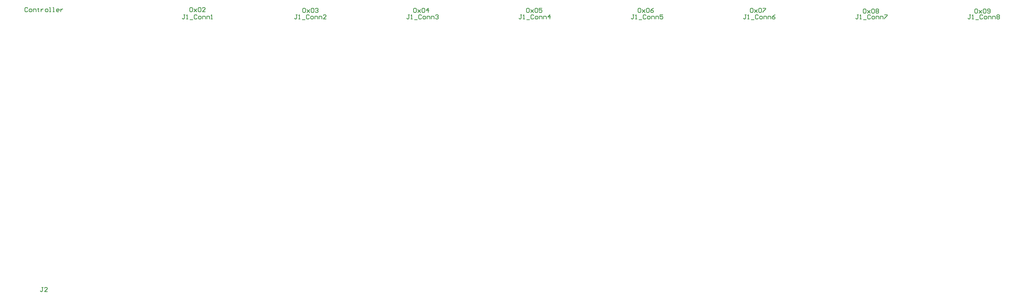
<source format=gbr>
G04 Layer_Color=65535*
%FSLAX45Y45*%
%MOMM*%
%TF.FileFunction,Legend,Top*%
%TF.Part,Single*%
G01*
G75*
%TA.AperFunction,NonConductor*%
%ADD12C,0.25400*%
D12*
X42069986Y16776651D02*
X42019202D01*
X42044595D01*
Y16649692D01*
X42019202Y16624300D01*
X41993811D01*
X41968420Y16649692D01*
X42120770Y16624300D02*
X42171555D01*
X42146164D01*
Y16776651D01*
X42120770Y16751259D01*
X42247729Y16598907D02*
X42349298D01*
X42501648Y16751259D02*
X42476257Y16776651D01*
X42425473D01*
X42400079Y16751259D01*
Y16649692D01*
X42425473Y16624300D01*
X42476257D01*
X42501648Y16649692D01*
X42577823Y16624300D02*
X42628607D01*
X42653998Y16649692D01*
Y16700475D01*
X42628607Y16725867D01*
X42577823D01*
X42552432Y16700475D01*
Y16649692D01*
X42577823Y16624300D01*
X42704782D02*
Y16725867D01*
X42780957D01*
X42806348Y16700475D01*
Y16624300D01*
X42857132D02*
Y16725867D01*
X42933307D01*
X42958701Y16700475D01*
Y16624300D01*
X43009482Y16751259D02*
X43034875Y16776651D01*
X43085660D01*
X43111050Y16751259D01*
Y16725867D01*
X43085660Y16700475D01*
X43111050Y16675082D01*
Y16649692D01*
X43085660Y16624300D01*
X43034875D01*
X43009482Y16649692D01*
Y16675082D01*
X43034875Y16700475D01*
X43009482Y16725867D01*
Y16751259D01*
X43034875Y16700475D02*
X43085660D01*
X38005988Y16776651D02*
X37955203D01*
X37980594D01*
Y16649692D01*
X37955203Y16624300D01*
X37929813D01*
X37904419Y16649692D01*
X38056772Y16624300D02*
X38107553D01*
X38082162D01*
Y16776651D01*
X38056772Y16751259D01*
X38183731Y16598907D02*
X38285297D01*
X38437646Y16751259D02*
X38412256Y16776651D01*
X38361472D01*
X38336081Y16751259D01*
Y16649692D01*
X38361472Y16624300D01*
X38412256D01*
X38437646Y16649692D01*
X38513824Y16624300D02*
X38564606D01*
X38589999Y16649692D01*
Y16700475D01*
X38564606Y16725867D01*
X38513824D01*
X38488431Y16700475D01*
Y16649692D01*
X38513824Y16624300D01*
X38640781D02*
Y16725867D01*
X38716956D01*
X38742349Y16700475D01*
Y16624300D01*
X38793130D02*
Y16725867D01*
X38869308D01*
X38894699Y16700475D01*
Y16624300D01*
X38945483Y16776651D02*
X39047049D01*
Y16751259D01*
X38945483Y16649692D01*
Y16624300D01*
X33941986Y16776651D02*
X33891202D01*
X33916595D01*
Y16649692D01*
X33891202Y16624300D01*
X33865811D01*
X33840421Y16649692D01*
X33992770Y16624300D02*
X34043555D01*
X34018164D01*
Y16776651D01*
X33992770Y16751259D01*
X34119730Y16598907D02*
X34221298D01*
X34373648Y16751259D02*
X34348257Y16776651D01*
X34297473D01*
X34272079Y16751259D01*
Y16649692D01*
X34297473Y16624300D01*
X34348257D01*
X34373648Y16649692D01*
X34449823Y16624300D02*
X34500607D01*
X34525998Y16649692D01*
Y16700475D01*
X34500607Y16725867D01*
X34449823D01*
X34424432Y16700475D01*
Y16649692D01*
X34449823Y16624300D01*
X34576782D02*
Y16725867D01*
X34652957D01*
X34678348Y16700475D01*
Y16624300D01*
X34729132D02*
Y16725867D01*
X34805307D01*
X34830701Y16700475D01*
Y16624300D01*
X34983051Y16776651D02*
X34932266Y16751259D01*
X34881482Y16700475D01*
Y16649692D01*
X34906876Y16624300D01*
X34957660D01*
X34983051Y16649692D01*
Y16675082D01*
X34957660Y16700475D01*
X34881482D01*
X29877988Y16776651D02*
X29827203D01*
X29852594D01*
Y16649692D01*
X29827203Y16624300D01*
X29801813D01*
X29776419Y16649692D01*
X29928772Y16624300D02*
X29979553D01*
X29954163D01*
Y16776651D01*
X29928772Y16751259D01*
X30055731Y16598907D02*
X30157297D01*
X30309647Y16751259D02*
X30284256Y16776651D01*
X30233472D01*
X30208081Y16751259D01*
Y16649692D01*
X30233472Y16624300D01*
X30284256D01*
X30309647Y16649692D01*
X30385822Y16624300D02*
X30436606D01*
X30462000Y16649692D01*
Y16700475D01*
X30436606Y16725867D01*
X30385822D01*
X30360431Y16700475D01*
Y16649692D01*
X30385822Y16624300D01*
X30512781D02*
Y16725867D01*
X30588956D01*
X30614349Y16700475D01*
Y16624300D01*
X30665131D02*
Y16725867D01*
X30741309D01*
X30766699Y16700475D01*
Y16624300D01*
X30919049Y16776651D02*
X30817484D01*
Y16700475D01*
X30868268Y16725867D01*
X30893658D01*
X30919049Y16700475D01*
Y16649692D01*
X30893658Y16624300D01*
X30842874D01*
X30817484Y16649692D01*
X25813986Y16776651D02*
X25763202D01*
X25788596D01*
Y16649692D01*
X25763202Y16624300D01*
X25737811D01*
X25712421Y16649692D01*
X25864771Y16624300D02*
X25915555D01*
X25890164D01*
Y16776651D01*
X25864771Y16751259D01*
X25991730Y16598907D02*
X26093298D01*
X26245648Y16751259D02*
X26220255Y16776651D01*
X26169473D01*
X26144080Y16751259D01*
Y16649692D01*
X26169473Y16624300D01*
X26220255D01*
X26245648Y16649692D01*
X26321823Y16624300D02*
X26372607D01*
X26397998Y16649692D01*
Y16700475D01*
X26372607Y16725867D01*
X26321823D01*
X26296432Y16700475D01*
Y16649692D01*
X26321823Y16624300D01*
X26448782D02*
Y16725867D01*
X26524957D01*
X26550348Y16700475D01*
Y16624300D01*
X26601132D02*
Y16725867D01*
X26677307D01*
X26702701Y16700475D01*
Y16624300D01*
X26829660D02*
Y16776651D01*
X26753482Y16700475D01*
X26855051D01*
X21749986Y16776651D02*
X21699203D01*
X21724596D01*
Y16649692D01*
X21699203Y16624300D01*
X21673811D01*
X21648421Y16649692D01*
X21800771Y16624300D02*
X21851553D01*
X21826163D01*
Y16776651D01*
X21800771Y16751259D01*
X21927730Y16598907D02*
X22029297D01*
X22181648Y16751259D02*
X22156256Y16776651D01*
X22105472D01*
X22080080Y16751259D01*
Y16649692D01*
X22105472Y16624300D01*
X22156256D01*
X22181648Y16649692D01*
X22257823Y16624300D02*
X22308606D01*
X22333998Y16649692D01*
Y16700475D01*
X22308606Y16725867D01*
X22257823D01*
X22232431Y16700475D01*
Y16649692D01*
X22257823Y16624300D01*
X22384782D02*
Y16725867D01*
X22460957D01*
X22486349Y16700475D01*
Y16624300D01*
X22537132D02*
Y16725867D01*
X22613309D01*
X22638699Y16700475D01*
Y16624300D01*
X22689484Y16751259D02*
X22714874Y16776651D01*
X22765659D01*
X22791051Y16751259D01*
Y16725867D01*
X22765659Y16700475D01*
X22740266D01*
X22765659D01*
X22791051Y16675082D01*
Y16649692D01*
X22765659Y16624300D01*
X22714874D01*
X22689484Y16649692D01*
X17685986Y16776651D02*
X17635204D01*
X17660596D01*
Y16649692D01*
X17635204Y16624300D01*
X17609811D01*
X17584419Y16649692D01*
X17736771Y16624300D02*
X17787553D01*
X17762163D01*
Y16776651D01*
X17736771Y16751259D01*
X17863730Y16598907D02*
X17965297D01*
X18117648Y16751259D02*
X18092256Y16776651D01*
X18041472D01*
X18016080Y16751259D01*
Y16649692D01*
X18041472Y16624300D01*
X18092256D01*
X18117648Y16649692D01*
X18193823Y16624300D02*
X18244606D01*
X18269998Y16649692D01*
Y16700475D01*
X18244606Y16725867D01*
X18193823D01*
X18168431Y16700475D01*
Y16649692D01*
X18193823Y16624300D01*
X18320782D02*
Y16725867D01*
X18396957D01*
X18422350Y16700475D01*
Y16624300D01*
X18473132D02*
Y16725867D01*
X18549307D01*
X18574699Y16700475D01*
Y16624300D01*
X18727049D02*
X18625484D01*
X18727049Y16725867D01*
Y16751259D01*
X18701659Y16776651D01*
X18650874D01*
X18625484Y16751259D01*
X8483567Y6883351D02*
X8432783D01*
X8458175D01*
Y6756392D01*
X8432783Y6731000D01*
X8407392D01*
X8382000Y6756392D01*
X8635918Y6731000D02*
X8534351D01*
X8635918Y6832567D01*
Y6857959D01*
X8610526Y6883351D01*
X8559743D01*
X8534351Y6857959D01*
X13621986Y16776651D02*
X13571204D01*
X13596594D01*
Y16649692D01*
X13571204Y16624300D01*
X13545811D01*
X13520419Y16649692D01*
X13672771Y16624300D02*
X13723553D01*
X13698163D01*
Y16776651D01*
X13672771Y16751259D01*
X13799730Y16598907D02*
X13901297D01*
X14053648Y16751259D02*
X14028256Y16776651D01*
X13977472D01*
X13952080Y16751259D01*
Y16649692D01*
X13977472Y16624300D01*
X14028256D01*
X14053648Y16649692D01*
X14129823Y16624300D02*
X14180606D01*
X14205998Y16649692D01*
Y16700475D01*
X14180606Y16725867D01*
X14129823D01*
X14104431Y16700475D01*
Y16649692D01*
X14129823Y16624300D01*
X14256783D02*
Y16725867D01*
X14332957D01*
X14358350Y16700475D01*
Y16624300D01*
X14409132D02*
Y16725867D01*
X14485307D01*
X14510699Y16700475D01*
Y16624300D01*
X14561482D02*
X14612267D01*
X14586874D01*
Y16776651D01*
X14561482Y16751259D01*
X13792200Y17019759D02*
X13817592Y17045151D01*
X13868375D01*
X13893767Y17019759D01*
Y16918192D01*
X13868375Y16892801D01*
X13817592D01*
X13792200Y16918192D01*
Y17019759D01*
X13944551Y16994368D02*
X14046118Y16892801D01*
X13995334Y16943584D01*
X14046118Y16994368D01*
X13944551Y16892801D01*
X14096901Y17019759D02*
X14122293Y17045151D01*
X14173077D01*
X14198470Y17019759D01*
Y16918192D01*
X14173077Y16892801D01*
X14122293D01*
X14096901Y16918192D01*
Y17019759D01*
X14350819Y16892801D02*
X14249252D01*
X14350819Y16994368D01*
Y17019759D01*
X14325427Y17045151D01*
X14274644D01*
X14249252Y17019759D01*
X17881599Y16993759D02*
X17906992Y17019151D01*
X17957774D01*
X17983167Y16993759D01*
Y16892192D01*
X17957774Y16866800D01*
X17906992D01*
X17881599Y16892192D01*
Y16993759D01*
X18033951Y16968369D02*
X18135518Y16866800D01*
X18084734Y16917584D01*
X18135518Y16968369D01*
X18033951Y16866800D01*
X18186301Y16993759D02*
X18211693Y17019151D01*
X18262477D01*
X18287869Y16993759D01*
Y16892192D01*
X18262477Y16866800D01*
X18211693D01*
X18186301Y16892192D01*
Y16993759D01*
X18338652D02*
X18364044Y17019151D01*
X18414828D01*
X18440219Y16993759D01*
Y16968369D01*
X18414828Y16942976D01*
X18389436D01*
X18414828D01*
X18440219Y16917584D01*
Y16892192D01*
X18414828Y16866800D01*
X18364044D01*
X18338652Y16892192D01*
X21894800Y16993759D02*
X21920192Y17019151D01*
X21970975D01*
X21996367Y16993759D01*
Y16892192D01*
X21970975Y16866800D01*
X21920192D01*
X21894800Y16892192D01*
Y16993759D01*
X22047151Y16968369D02*
X22148718Y16866800D01*
X22097934Y16917584D01*
X22148718Y16968369D01*
X22047151Y16866800D01*
X22199501Y16993759D02*
X22224893Y17019151D01*
X22275677D01*
X22301070Y16993759D01*
Y16892192D01*
X22275677Y16866800D01*
X22224893D01*
X22199501Y16892192D01*
Y16993759D01*
X22428027Y16866800D02*
Y17019151D01*
X22351852Y16942976D01*
X22453419D01*
X25984201Y16993759D02*
X26009592Y17019151D01*
X26060376D01*
X26085767Y16993759D01*
Y16892192D01*
X26060376Y16866800D01*
X26009592D01*
X25984201Y16892192D01*
Y16993759D01*
X26136551Y16968369D02*
X26238120Y16866800D01*
X26187335Y16917584D01*
X26238120Y16968369D01*
X26136551Y16866800D01*
X26288901Y16993759D02*
X26314294Y17019151D01*
X26365076D01*
X26390469Y16993759D01*
Y16892192D01*
X26365076Y16866800D01*
X26314294D01*
X26288901Y16892192D01*
Y16993759D01*
X26542819Y17019151D02*
X26441251D01*
Y16942976D01*
X26492035Y16968369D01*
X26517429D01*
X26542819Y16942976D01*
Y16892192D01*
X26517429Y16866800D01*
X26466644D01*
X26441251Y16892192D01*
X30022800Y16993759D02*
X30048193Y17019151D01*
X30098975D01*
X30124368Y16993759D01*
Y16892192D01*
X30098975Y16866800D01*
X30048193D01*
X30022800Y16892192D01*
Y16993759D01*
X30175150Y16968369D02*
X30276718Y16866800D01*
X30225934Y16917584D01*
X30276718Y16968369D01*
X30175150Y16866800D01*
X30327502Y16993759D02*
X30352893Y17019151D01*
X30403677D01*
X30429068Y16993759D01*
Y16892192D01*
X30403677Y16866800D01*
X30352893D01*
X30327502Y16892192D01*
Y16993759D01*
X30581418Y17019151D02*
X30530637Y16993759D01*
X30479852Y16942976D01*
Y16892192D01*
X30505243Y16866800D01*
X30556027D01*
X30581418Y16892192D01*
Y16917584D01*
X30556027Y16942976D01*
X30479852D01*
X34086801Y16993759D02*
X34112192Y17019151D01*
X34162976D01*
X34188367Y16993759D01*
Y16892192D01*
X34162976Y16866800D01*
X34112192D01*
X34086801Y16892192D01*
Y16993759D01*
X34239151Y16968369D02*
X34340717Y16866800D01*
X34289935Y16917584D01*
X34340717Y16968369D01*
X34239151Y16866800D01*
X34391501Y16993759D02*
X34416891Y17019151D01*
X34467676D01*
X34493069Y16993759D01*
Y16892192D01*
X34467676Y16866800D01*
X34416891D01*
X34391501Y16892192D01*
Y16993759D01*
X34543851Y17019151D02*
X34645419D01*
Y16993759D01*
X34543851Y16892192D01*
Y16866800D01*
X38176199Y16968359D02*
X38201593Y16993752D01*
X38252374D01*
X38277768Y16968359D01*
Y16866792D01*
X38252374Y16841400D01*
X38201593D01*
X38176199Y16866792D01*
Y16968359D01*
X38328552Y16942969D02*
X38430118Y16841400D01*
X38379333Y16892184D01*
X38430118Y16942969D01*
X38328552Y16841400D01*
X38480902Y16968359D02*
X38506293Y16993752D01*
X38557077D01*
X38582468Y16968359D01*
Y16866792D01*
X38557077Y16841400D01*
X38506293D01*
X38480902Y16866792D01*
Y16968359D01*
X38633252D02*
X38658643Y16993752D01*
X38709427D01*
X38734818Y16968359D01*
Y16942969D01*
X38709427Y16917577D01*
X38734818Y16892184D01*
Y16866792D01*
X38709427Y16841400D01*
X38658643D01*
X38633252Y16866792D01*
Y16892184D01*
X38658643Y16917577D01*
X38633252Y16942969D01*
Y16968359D01*
X38658643Y16917577D02*
X38709427D01*
X42214801Y16968359D02*
X42240192Y16993752D01*
X42290976D01*
X42316367Y16968359D01*
Y16866792D01*
X42290976Y16841400D01*
X42240192D01*
X42214801Y16866792D01*
Y16968359D01*
X42367151Y16942969D02*
X42468719Y16841400D01*
X42417935Y16892184D01*
X42468719Y16942969D01*
X42367151Y16841400D01*
X42519501Y16968359D02*
X42544894Y16993752D01*
X42595676D01*
X42621069Y16968359D01*
Y16866792D01*
X42595676Y16841400D01*
X42544894D01*
X42519501Y16866792D01*
Y16968359D01*
X42671851Y16866792D02*
X42697244Y16841400D01*
X42748029D01*
X42773419Y16866792D01*
Y16968359D01*
X42748029Y16993752D01*
X42697244D01*
X42671851Y16968359D01*
Y16942969D01*
X42697244Y16917577D01*
X42773419D01*
X7924767Y17017960D02*
X7899375Y17043352D01*
X7848592D01*
X7823200Y17017960D01*
Y16916393D01*
X7848592Y16891000D01*
X7899375D01*
X7924767Y16916393D01*
X8000943Y16891000D02*
X8051726D01*
X8077118Y16916393D01*
Y16967175D01*
X8051726Y16992567D01*
X8000943D01*
X7975551Y16967175D01*
Y16916393D01*
X8000943Y16891000D01*
X8127901D02*
Y16992567D01*
X8204077D01*
X8229469Y16967175D01*
Y16891000D01*
X8305644Y17017960D02*
Y16992567D01*
X8280252D01*
X8331036D01*
X8305644D01*
Y16916393D01*
X8331036Y16891000D01*
X8407211Y16992567D02*
Y16891000D01*
Y16941783D01*
X8432603Y16967175D01*
X8457995Y16992567D01*
X8483386D01*
X8584954Y16891000D02*
X8635737D01*
X8661129Y16916393D01*
Y16967175D01*
X8635737Y16992567D01*
X8584954D01*
X8559562Y16967175D01*
Y16916393D01*
X8584954Y16891000D01*
X8711912D02*
X8762696D01*
X8737304D01*
Y17043352D01*
X8711912D01*
X8838871Y16891000D02*
X8889655D01*
X8864263D01*
Y17043352D01*
X8838871D01*
X9042006Y16891000D02*
X8991222D01*
X8965830Y16916393D01*
Y16967175D01*
X8991222Y16992567D01*
X9042006D01*
X9067397Y16967175D01*
Y16941783D01*
X8965830D01*
X9118181Y16992567D02*
Y16891000D01*
Y16941783D01*
X9143573Y16967175D01*
X9168964Y16992567D01*
X9194356D01*
%TF.MD5,7ab91147e2f5d6c87d6a99570eed6226*%
M02*

</source>
